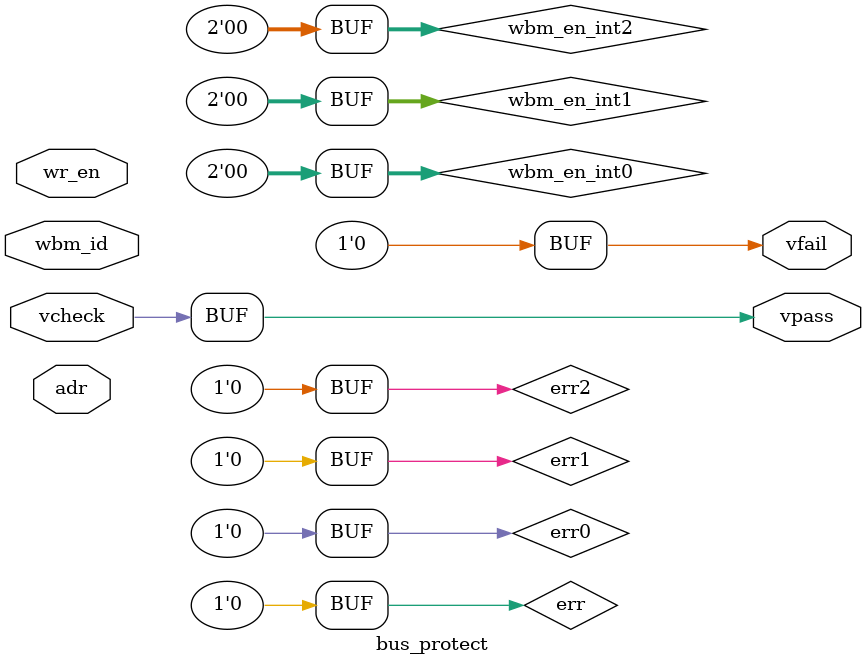
<source format=v>
`define WR_BIT 0
`define RD_BIT 1

module bus_protect(
    vcheck,
    vfail, vpass,
    adr,
    wr_en,
    wbm_id
  );
  parameter RESTRICTION0 = 38'b0;
  parameter RESTRICTION1 = 38'b0;
  parameter RESTRICTION2 = 38'b0;


  input  vcheck;
  output vfail, vpass;
  input  [15:0] adr;
  input  wr_en;
  input   [1:0] wbm_id;

  wire addrmatch0 = adr >= RESTRICTION0[17:2] && adr <= RESTRICTION0[33:18] ? 1'b1 : 1'b0;
  wire addrmatch1 = adr >= RESTRICTION1[17:2] && adr <= RESTRICTION1[33:18] ? 1'b1 : 1'b0;
  wire addrmatch2 = adr >= RESTRICTION2[17:2] && adr <= RESTRICTION2[33:18] ? 1'b1 : 1'b0;

  wire [1:0] wbm_en_int0 = RESTRICTION0[34 + 2 - 1:34];
  wire [1:0] wbm_en_int1 = RESTRICTION1[34 + 2 - 1:34];
  wire [1:0] wbm_en_int2 = RESTRICTION2[34 + 2 - 1:34];

  wire wbm_en0 = wbm_en_int0 == wbm_id;
  wire wbm_en1 = wbm_en_int1 == wbm_id;
  wire wbm_en2 = wbm_en_int2 == wbm_id;

  wire err0 = wbm_en0 & addrmatch0 & (RESTRICTION0[`WR_BIT] & wr_en | RESTRICTION0[`RD_BIT] & ~wr_en);
  wire err1 = wbm_en1 & addrmatch1 & (RESTRICTION1[`WR_BIT] & wr_en | RESTRICTION1[`RD_BIT] & ~wr_en);
  wire err2 = wbm_en2 & addrmatch2 & (RESTRICTION2[`WR_BIT] & wr_en | RESTRICTION2[`RD_BIT] & ~wr_en);

  wire err = err0 | err1 | err2;

  assign vfail = vcheck & err;
  assign vpass = vcheck & ~err;

endmodule

</source>
